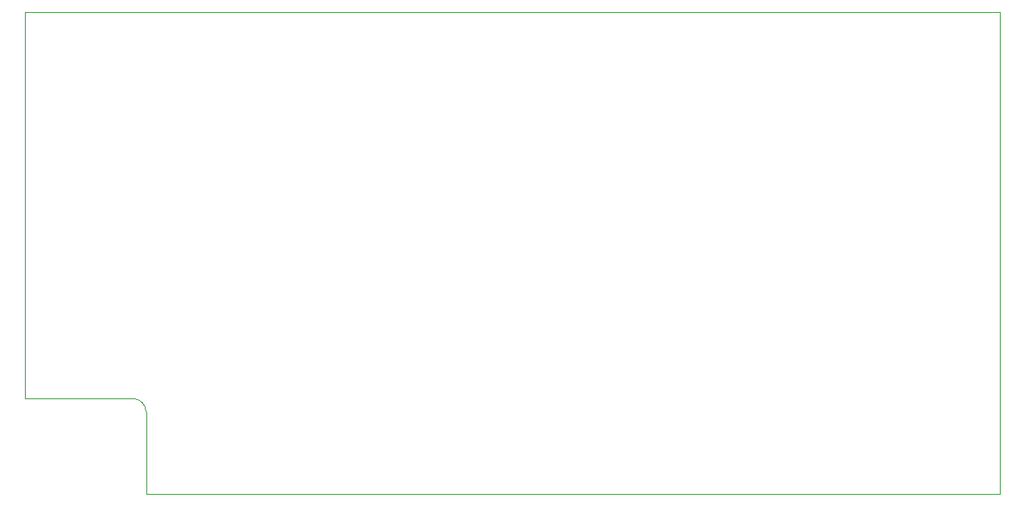
<source format=gbr>
%TF.GenerationSoftware,KiCad,Pcbnew,5.1.5-1.fc31*%
%TF.CreationDate,2020-04-09T06:31:02-07:00*%
%TF.ProjectId,cassette_interface,63617373-6574-4746-955f-696e74657266,rev?*%
%TF.SameCoordinates,PX60e4b00PY791ddc0*%
%TF.FileFunction,Profile,NP*%
%FSLAX46Y46*%
G04 Gerber Fmt 4.6, Leading zero omitted, Abs format (unit mm)*
G04 Created by KiCad (PCBNEW 5.1.5-1.fc31) date 2020-04-09 06:31:02*
%MOMM*%
%LPD*%
G04 APERTURE LIST*
%ADD10C,0.050000*%
G04 APERTURE END LIST*
D10*
X12776200Y50800D02*
X102616000Y50800D01*
X0Y50800000D02*
X0Y10083800D01*
X11379200Y10083800D02*
G75*
G02X12776200Y8686800I0J-1397000D01*
G01*
X12776200Y50800D02*
X12776200Y8686800D01*
X0Y10083800D02*
X11379200Y10083800D01*
X102616000Y50800000D02*
X102616000Y50800D01*
X0Y50800000D02*
X102616000Y50800000D01*
M02*

</source>
